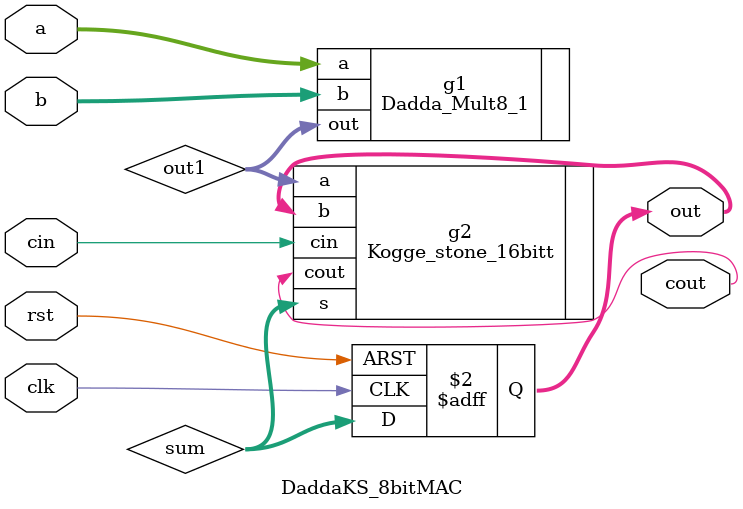
<source format=v>
module DaddaKS_8bitMAC(
    input [7:0] a,          // 8-bit input A
    input [7:0] b,          // 8-bit input B
    input clk,
    input rst,
    input cin,              // Carry-in for the adder
    output reg [15:0] out,  // 16-bit output
    output cout             // Carry-out from the adder
);

    wire [15:0] out1;       // Output from the 8-bit Vedic multiplier
    wire [15:0] sum;

    // Instantiate 8-bit Vedic multiplier
    Dadda_Mult8_1 g1 (
        .a(a),
        .b(b),
        .out(out1)
    );

    // Instantiate 16-bit Kogge-Stone adder
    Kogge_stone_16bitt g2 (
        .a(out1),
        .b(out),
        .cin(cin),
        .s(sum),
        .cout(cout)
    );

    // Register output with synchronous reset
    always @(posedge clk or posedge rst) begin
        if (rst)
            out <= 16'h0;  // Reset to 16-bit zero
        else
            out <= sum;    // Update output with adder result
    end
endmodule

</source>
